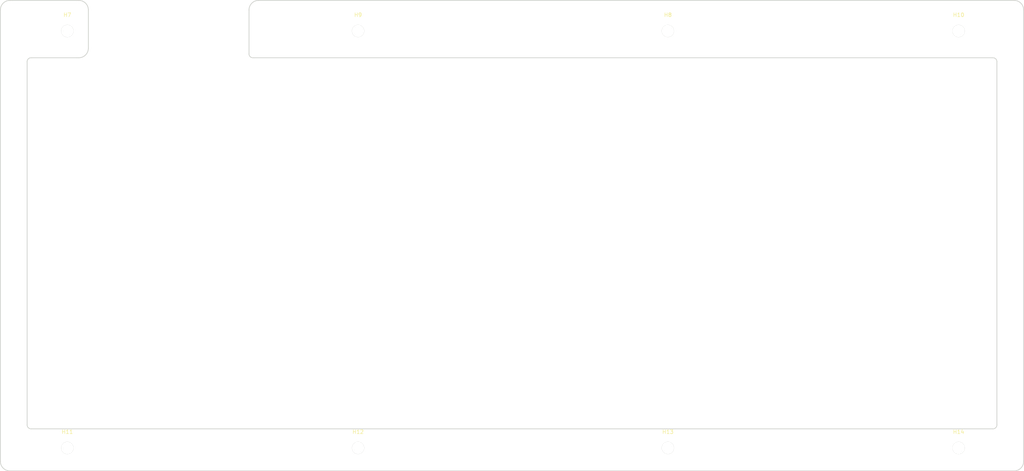
<source format=kicad_pcb>
(kicad_pcb (version 20171130) (host pcbnew 5.0.1)

  (general
    (thickness 1.6)
    (drawings 32)
    (tracks 0)
    (zones 0)
    (modules 8)
    (nets 1)
  )

  (page A3)
  (layers
    (0 F.Cu signal)
    (31 B.Cu signal)
    (32 B.Adhes user)
    (33 F.Adhes user)
    (34 B.Paste user)
    (35 F.Paste user)
    (36 B.SilkS user)
    (37 F.SilkS user)
    (38 B.Mask user)
    (39 F.Mask user)
    (40 Dwgs.User user)
    (41 Cmts.User user)
    (42 Eco1.User user)
    (43 Eco2.User user)
    (44 Edge.Cuts user)
    (45 Margin user)
    (46 B.CrtYd user)
    (47 F.CrtYd user)
    (48 B.Fab user)
    (49 F.Fab user)
  )

  (setup
    (last_trace_width 0.25)
    (trace_clearance 0.2)
    (zone_clearance 0.508)
    (zone_45_only no)
    (trace_min 0.2)
    (segment_width 0.2)
    (edge_width 0.2)
    (via_size 0.8)
    (via_drill 0.4)
    (via_min_size 0.4)
    (via_min_drill 0.3)
    (uvia_size 0.3)
    (uvia_drill 0.1)
    (uvias_allowed no)
    (uvia_min_size 0.2)
    (uvia_min_drill 0.1)
    (pcb_text_width 0.3)
    (pcb_text_size 1.5 1.5)
    (mod_edge_width 0.15)
    (mod_text_size 1 1)
    (mod_text_width 0.15)
    (pad_size 1.524 1.524)
    (pad_drill 0.762)
    (pad_to_mask_clearance 0.051)
    (solder_mask_min_width 0.25)
    (aux_axis_origin 0 0)
    (visible_elements FFFDF7FF)
    (pcbplotparams
      (layerselection 0x010fc_ffffffff)
      (usegerberextensions false)
      (usegerberattributes false)
      (usegerberadvancedattributes false)
      (creategerberjobfile false)
      (excludeedgelayer true)
      (linewidth 0.100000)
      (plotframeref false)
      (viasonmask false)
      (mode 1)
      (useauxorigin false)
      (hpglpennumber 1)
      (hpglpenspeed 20)
      (hpglpendiameter 15.000000)
      (psnegative false)
      (psa4output false)
      (plotreference true)
      (plotvalue true)
      (plotinvisibletext false)
      (padsonsilk false)
      (subtractmaskfromsilk false)
      (outputformat 1)
      (mirror false)
      (drillshape 1)
      (scaleselection 1)
      (outputdirectory "../Photos/Verification SVG/"))
  )

  (net 0 "")

  (net_class Default "This is the default net class."
    (clearance 0.2)
    (trace_width 0.25)
    (via_dia 0.8)
    (via_drill 0.4)
    (uvia_dia 0.3)
    (uvia_drill 0.1)
  )

  (module MountingHole:MountingHole_3.2mm_M3 (layer F.Cu) (tedit 56D1B4CB) (tstamp 5C4680E6)
    (at 92 76)
    (descr "Mounting Hole 3.2mm, no annular, M3")
    (tags "mounting hole 3.2mm no annular m3")
    (path /5C572BE5)
    (attr virtual)
    (fp_text reference H7 (at 0 -4.2) (layer F.SilkS)
      (effects (font (size 1 1) (thickness 0.15)))
    )
    (fp_text value MountingHole (at 0 4.2) (layer F.Fab)
      (effects (font (size 1 1) (thickness 0.15)))
    )
    (fp_circle (center 0 0) (end 3.45 0) (layer F.CrtYd) (width 0.05))
    (fp_circle (center 0 0) (end 3.2 0) (layer Cmts.User) (width 0.15))
    (fp_text user %R (at 0.3 0) (layer F.Fab)
      (effects (font (size 1 1) (thickness 0.15)))
    )
    (pad 1 np_thru_hole circle (at 0 0) (size 3.2 3.2) (drill 3.2) (layers *.Cu *.Mask))
  )

  (module MountingHole:MountingHole_3.2mm_M3 (layer F.Cu) (tedit 56D1B4CB) (tstamp 5C4680ED)
    (at 249 76)
    (descr "Mounting Hole 3.2mm, no annular, M3")
    (tags "mounting hole 3.2mm no annular m3")
    (path /5C572DA1)
    (attr virtual)
    (fp_text reference H8 (at 0 -4.2) (layer F.SilkS)
      (effects (font (size 1 1) (thickness 0.15)))
    )
    (fp_text value MountingHole (at 0 4.2) (layer F.Fab)
      (effects (font (size 1 1) (thickness 0.15)))
    )
    (fp_text user %R (at 0.3 0) (layer F.Fab)
      (effects (font (size 1 1) (thickness 0.15)))
    )
    (fp_circle (center 0 0) (end 3.2 0) (layer Cmts.User) (width 0.15))
    (fp_circle (center 0 0) (end 3.45 0) (layer F.CrtYd) (width 0.05))
    (pad 1 np_thru_hole circle (at 0 0) (size 3.2 3.2) (drill 3.2) (layers *.Cu *.Mask))
  )

  (module MountingHole:MountingHole_3.2mm_M3 (layer F.Cu) (tedit 56D1B4CB) (tstamp 5C4680F4)
    (at 168 76)
    (descr "Mounting Hole 3.2mm, no annular, M3")
    (tags "mounting hole 3.2mm no annular m3")
    (path /5C572E5F)
    (attr virtual)
    (fp_text reference H9 (at 0 -4.2) (layer F.SilkS)
      (effects (font (size 1 1) (thickness 0.15)))
    )
    (fp_text value MountingHole (at 0 4.2) (layer F.Fab)
      (effects (font (size 1 1) (thickness 0.15)))
    )
    (fp_circle (center 0 0) (end 3.45 0) (layer F.CrtYd) (width 0.05))
    (fp_circle (center 0 0) (end 3.2 0) (layer Cmts.User) (width 0.15))
    (fp_text user %R (at 0.3 0) (layer F.Fab)
      (effects (font (size 1 1) (thickness 0.15)))
    )
    (pad 1 np_thru_hole circle (at 0 0) (size 3.2 3.2) (drill 3.2) (layers *.Cu *.Mask))
  )

  (module MountingHole:MountingHole_3.2mm_M3 (layer F.Cu) (tedit 56D1B4CB) (tstamp 5C4680FB)
    (at 325 76)
    (descr "Mounting Hole 3.2mm, no annular, M3")
    (tags "mounting hole 3.2mm no annular m3")
    (path /5C572F23)
    (attr virtual)
    (fp_text reference H10 (at 0 -4.2) (layer F.SilkS)
      (effects (font (size 1 1) (thickness 0.15)))
    )
    (fp_text value MountingHole (at 0 4.2) (layer F.Fab)
      (effects (font (size 1 1) (thickness 0.15)))
    )
    (fp_text user %R (at 0.3 0) (layer F.Fab)
      (effects (font (size 1 1) (thickness 0.15)))
    )
    (fp_circle (center 0 0) (end 3.2 0) (layer Cmts.User) (width 0.15))
    (fp_circle (center 0 0) (end 3.45 0) (layer F.CrtYd) (width 0.05))
    (pad 1 np_thru_hole circle (at 0 0) (size 3.2 3.2) (drill 3.2) (layers *.Cu *.Mask))
  )

  (module MountingHole:MountingHole_3.2mm_M3 (layer F.Cu) (tedit 56D1B4CB) (tstamp 5C468102)
    (at 92 185)
    (descr "Mounting Hole 3.2mm, no annular, M3")
    (tags "mounting hole 3.2mm no annular m3")
    (path /5C572FE5)
    (attr virtual)
    (fp_text reference H11 (at 0 -4.2) (layer F.SilkS)
      (effects (font (size 1 1) (thickness 0.15)))
    )
    (fp_text value MountingHole (at 0 4.2) (layer F.Fab)
      (effects (font (size 1 1) (thickness 0.15)))
    )
    (fp_circle (center 0 0) (end 3.45 0) (layer F.CrtYd) (width 0.05))
    (fp_circle (center 0 0) (end 3.2 0) (layer Cmts.User) (width 0.15))
    (fp_text user %R (at 0.3 0) (layer F.Fab)
      (effects (font (size 1 1) (thickness 0.15)))
    )
    (pad 1 np_thru_hole circle (at 0 0) (size 3.2 3.2) (drill 3.2) (layers *.Cu *.Mask))
  )

  (module MountingHole:MountingHole_3.2mm_M3 (layer F.Cu) (tedit 56D1B4CB) (tstamp 5C468109)
    (at 168 185)
    (descr "Mounting Hole 3.2mm, no annular, M3")
    (tags "mounting hole 3.2mm no annular m3")
    (path /5C5730A9)
    (attr virtual)
    (fp_text reference H12 (at 0 -4.2) (layer F.SilkS)
      (effects (font (size 1 1) (thickness 0.15)))
    )
    (fp_text value MountingHole (at 0 4.2) (layer F.Fab)
      (effects (font (size 1 1) (thickness 0.15)))
    )
    (fp_text user %R (at 0.3 0) (layer F.Fab)
      (effects (font (size 1 1) (thickness 0.15)))
    )
    (fp_circle (center 0 0) (end 3.2 0) (layer Cmts.User) (width 0.15))
    (fp_circle (center 0 0) (end 3.45 0) (layer F.CrtYd) (width 0.05))
    (pad 1 np_thru_hole circle (at 0 0) (size 3.2 3.2) (drill 3.2) (layers *.Cu *.Mask))
  )

  (module MountingHole:MountingHole_3.2mm_M3 (layer F.Cu) (tedit 56D1B4CB) (tstamp 5C468110)
    (at 249 185)
    (descr "Mounting Hole 3.2mm, no annular, M3")
    (tags "mounting hole 3.2mm no annular m3")
    (path /5C57316F)
    (attr virtual)
    (fp_text reference H13 (at 0 -4.2) (layer F.SilkS)
      (effects (font (size 1 1) (thickness 0.15)))
    )
    (fp_text value MountingHole (at 0 4.2) (layer F.Fab)
      (effects (font (size 1 1) (thickness 0.15)))
    )
    (fp_circle (center 0 0) (end 3.45 0) (layer F.CrtYd) (width 0.05))
    (fp_circle (center 0 0) (end 3.2 0) (layer Cmts.User) (width 0.15))
    (fp_text user %R (at 0.3 0) (layer F.Fab)
      (effects (font (size 1 1) (thickness 0.15)))
    )
    (pad 1 np_thru_hole circle (at 0 0) (size 3.2 3.2) (drill 3.2) (layers *.Cu *.Mask))
  )

  (module MountingHole:MountingHole_3.2mm_M3 (layer F.Cu) (tedit 56D1B4CB) (tstamp 5C468117)
    (at 325 185)
    (descr "Mounting Hole 3.2mm, no annular, M3")
    (tags "mounting hole 3.2mm no annular m3")
    (path /5C57E7D0)
    (attr virtual)
    (fp_text reference H14 (at 0 -4.2) (layer F.SilkS)
      (effects (font (size 1 1) (thickness 0.15)))
    )
    (fp_text value MountingHole (at 0 4.2) (layer F.Fab)
      (effects (font (size 1 1) (thickness 0.15)))
    )
    (fp_text user %R (at 0.3 0) (layer F.Fab)
      (effects (font (size 1 1) (thickness 0.15)))
    )
    (fp_circle (center 0 0) (end 3.2 0) (layer Cmts.User) (width 0.15))
    (fp_circle (center 0 0) (end 3.45 0) (layer F.CrtYd) (width 0.05))
    (pad 1 np_thru_hole circle (at 0 0) (size 3.2 3.2) (drill 3.2) (layers *.Cu *.Mask))
  )

  (gr_circle (center 92 185) (end 93.3 185.8) (layer Edge.Cuts) (width 0.2))
  (gr_circle (center 168 185) (end 169.4 185.6) (layer Edge.Cuts) (width 0.2))
  (gr_circle (center 249 185) (end 250.3 185.8) (layer Edge.Cuts) (width 0.2))
  (gr_circle (center 325 185) (end 326.4 185.6) (layer Edge.Cuts) (width 0.2))
  (gr_circle (center 325 76) (end 326.3 76.8) (layer Edge.Cuts) (width 0.2))
  (gr_circle (center 249 76) (end 250.4 76.6) (layer Edge.Cuts) (width 0.2))
  (gr_circle (center 168 76) (end 169.3 76.8) (layer Edge.Cuts) (width 0.2))
  (gr_circle (center 92 76) (end 93.3 76.8) (layer Edge.Cuts) (width 0.2))
  (gr_line (start 77 68) (end 95 68) (layer Edge.Cuts) (width 0.2))
  (gr_arc (start 334 179) (end 334 180) (angle -90) (layer Edge.Cuts) (width 0.2))
  (gr_arc (start 334 84) (end 335 84) (angle -90) (layer Edge.Cuts) (width 0.2))
  (gr_arc (start 140.5 82) (end 139.5 82) (angle -90) (layer Edge.Cuts) (width 0.2))
  (gr_arc (start 142 70.5) (end 142 68) (angle -90) (layer Edge.Cuts) (width 0.2))
  (gr_arc (start 82.5 179) (end 81.5 179) (angle -90) (layer Edge.Cuts) (width 0.2))
  (gr_arc (start 82.5 84) (end 82.5 83) (angle -90) (layer Edge.Cuts) (width 0.2))
  (gr_arc (start 95 80.5) (end 95 83) (angle -90) (layer Edge.Cuts) (width 0.2))
  (gr_arc (start 95 70.5) (end 97.5 70.5) (angle -90) (layer Edge.Cuts) (width 0.2))
  (gr_line (start 334 83) (end 140.5 83) (layer Edge.Cuts) (width 0.2))
  (gr_line (start 335 179) (end 335 84) (layer Edge.Cuts) (width 0.2))
  (gr_line (start 82.5 180) (end 334 180) (layer Edge.Cuts) (width 0.2))
  (gr_line (start 81.5 84) (end 81.5 179) (layer Edge.Cuts) (width 0.2))
  (gr_line (start 95 83) (end 82.5 83) (layer Edge.Cuts) (width 0.2))
  (gr_line (start 97.5 70.5) (end 97.5 80.5) (layer Edge.Cuts) (width 0.2))
  (gr_line (start 139.5 70.5) (end 139.5 82) (layer Edge.Cuts) (width 0.2))
  (gr_arc (start 77 188.5) (end 74.5 188.5) (angle -90) (layer Edge.Cuts) (width 0.2))
  (gr_arc (start 339.5 188.5) (end 339.5 191) (angle -90) (layer Edge.Cuts) (width 0.2))
  (gr_arc (start 339.5 70.5) (end 342 70.5) (angle -90) (layer Edge.Cuts) (width 0.2))
  (gr_arc (start 77 70.5) (end 77 68) (angle -90) (layer Edge.Cuts) (width 0.2))
  (gr_line (start 342 70.5) (end 342 188.5) (layer Edge.Cuts) (width 0.2))
  (gr_line (start 74.5 188.5) (end 74.5 70.5) (layer Edge.Cuts) (width 0.2) (tstamp 5C464E26))
  (gr_line (start 339.5 191) (end 77 191) (layer Edge.Cuts) (width 0.2))
  (gr_line (start 142 68) (end 339.5 68) (layer Edge.Cuts) (width 0.2))

)

</source>
